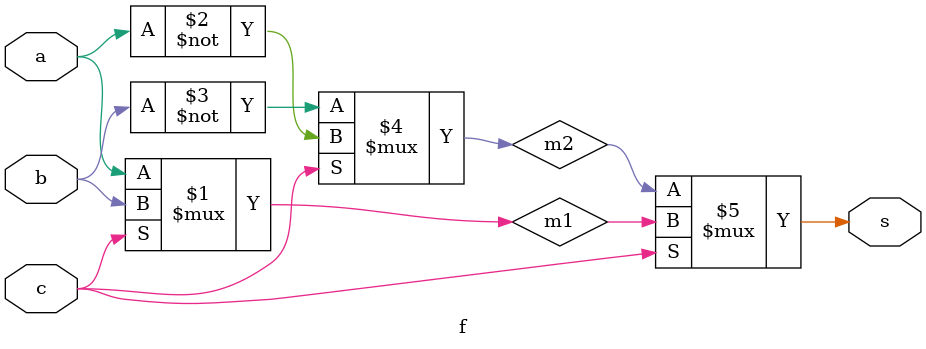
<source format=v>
/*
 Questao_03.v
 842527 - Gabriel Ferreira Pereira
*/

module f (output s, input a, input b, input c);
    wire m1, m2, nc;

    // inversões
    not (nc, c);

    // MUX(a, b, c)
    assign m1 = c ? b : a;

    // MUX(~b, ~a, c)
    assign m2 = c ? ~a : ~b;

    // MUX(m1, m2, ~c)
    assign s = nc ? m2 : m1;
endmodule

</source>
